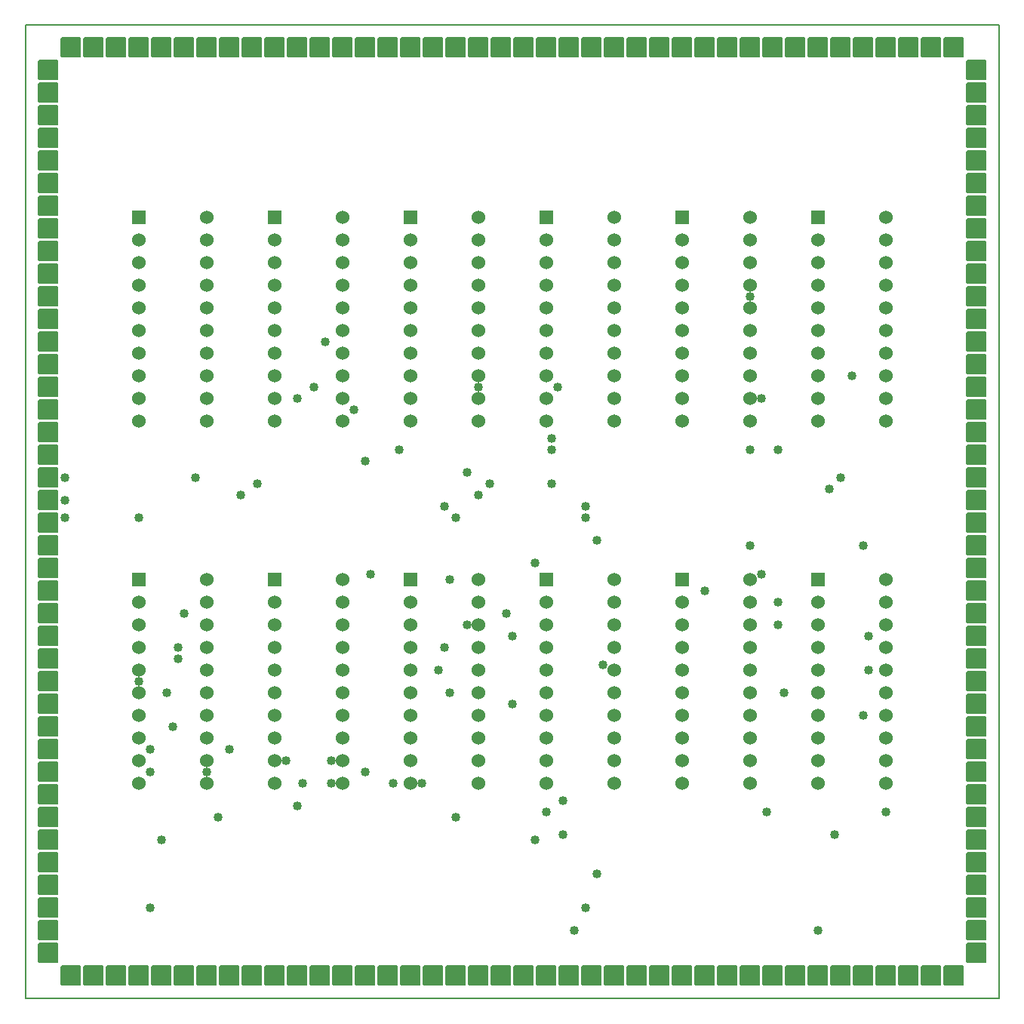
<source format=gbr>
G04 PROTEUS GERBER X2 FILE*
%TF.GenerationSoftware,Labcenter,Proteus,8.13-SP0-Build31525*%
%TF.CreationDate,2022-07-18T16:44:16+00:00*%
%TF.FileFunction,Soldermask,Top*%
%TF.FilePolarity,Negative*%
%TF.Part,Single*%
%TF.SameCoordinates,{5cd33fac-9818-4aa8-8d23-16ed7fe0303d}*%
%FSLAX45Y45*%
%MOMM*%
G01*
%TA.AperFunction,Material*%
%ADD17C,1.016000*%
%AMPPAD008*
4,1,36,
-1.016000,1.143000,
1.016000,1.143000,
1.041970,1.140470,
1.065980,1.133200,
1.087580,1.121650,
1.106290,1.106290,
1.121650,1.087570,
1.133200,1.065980,
1.140470,1.041970,
1.143000,1.016000,
1.143000,-1.016000,
1.140470,-1.041970,
1.133200,-1.065980,
1.121650,-1.087570,
1.106290,-1.106290,
1.087580,-1.121650,
1.065980,-1.133200,
1.041970,-1.140470,
1.016000,-1.143000,
-1.016000,-1.143000,
-1.041970,-1.140470,
-1.065980,-1.133200,
-1.087580,-1.121650,
-1.106290,-1.106290,
-1.121650,-1.087570,
-1.133200,-1.065980,
-1.140470,-1.041970,
-1.143000,-1.016000,
-1.143000,1.016000,
-1.140470,1.041970,
-1.133200,1.065980,
-1.121650,1.087570,
-1.106290,1.106290,
-1.087580,1.121650,
-1.065980,1.133200,
-1.041970,1.140470,
-1.016000,1.143000,
0*%
%TA.AperFunction,Material*%
%ADD18PPAD008*%
%AMPPAD009*
4,1,36,
1.143000,1.016000,
1.143000,-1.016000,
1.140470,-1.041970,
1.133200,-1.065980,
1.121650,-1.087580,
1.106290,-1.106290,
1.087570,-1.121650,
1.065980,-1.133200,
1.041970,-1.140470,
1.016000,-1.143000,
-1.016000,-1.143000,
-1.041970,-1.140470,
-1.065980,-1.133200,
-1.087570,-1.121650,
-1.106290,-1.106290,
-1.121650,-1.087580,
-1.133200,-1.065980,
-1.140470,-1.041970,
-1.143000,-1.016000,
-1.143000,1.016000,
-1.140470,1.041970,
-1.133200,1.065980,
-1.121650,1.087580,
-1.106290,1.106290,
-1.087570,1.121650,
-1.065980,1.133200,
-1.041970,1.140470,
-1.016000,1.143000,
1.016000,1.143000,
1.041970,1.140470,
1.065980,1.133200,
1.087570,1.121650,
1.106290,1.106290,
1.121650,1.087580,
1.133200,1.065980,
1.140470,1.041970,
1.143000,1.016000,
0*%
%ADD19PPAD009*%
%AMPPAD010*
4,1,36,
0.762000,0.635000,
0.762000,-0.635000,
0.759470,-0.660970,
0.752200,-0.684980,
0.740650,-0.706580,
0.725290,-0.725290,
0.706570,-0.740650,
0.684980,-0.752200,
0.660970,-0.759470,
0.635000,-0.762000,
-0.635000,-0.762000,
-0.660970,-0.759470,
-0.684980,-0.752200,
-0.706570,-0.740650,
-0.725290,-0.725290,
-0.740650,-0.706580,
-0.752200,-0.684980,
-0.759470,-0.660970,
-0.762000,-0.635000,
-0.762000,0.635000,
-0.759470,0.660970,
-0.752200,0.684980,
-0.740650,0.706580,
-0.725290,0.725290,
-0.706570,0.740650,
-0.684980,0.752200,
-0.660970,0.759470,
-0.635000,0.762000,
0.635000,0.762000,
0.660970,0.759470,
0.684980,0.752200,
0.706570,0.740650,
0.725290,0.725290,
0.740650,0.706580,
0.752200,0.684980,
0.759470,0.660970,
0.762000,0.635000,
0*%
%TA.AperFunction,Material*%
%ADD70PPAD010*%
%ADD71C,1.524000*%
%TA.AperFunction,Profile*%
%ADD15C,0.203200*%
%TD.AperFunction*%
D17*
X-254000Y+63500D03*
X-2857500Y+63500D03*
X-1587500Y-952500D03*
X-698500Y-1016000D03*
X-3048000Y-63500D03*
X-381000Y-63500D03*
X-2349500Y-3302000D03*
X-2032000Y-3302000D03*
X-2540000Y-3048000D03*
X-2032000Y-3048000D03*
X-635000Y-3683000D03*
X-3302000Y-3683000D03*
X-1651000Y-3175000D03*
X-3429000Y-3175000D03*
X-2095500Y+1651000D03*
X-2222500Y+1143000D03*
X-381000Y+1143000D03*
X-1778000Y+889000D03*
X+2667000Y+2159000D03*
X+2794000Y+1016000D03*
X+2794000Y-952500D03*
X+2857500Y-3619500D03*
X+4191000Y-3619500D03*
X+254000Y-825500D03*
X-3683000Y-1397000D03*
X-63500Y-1397000D03*
X-3746500Y-1778000D03*
X+0Y-1651000D03*
X-3746500Y-1905000D03*
X+254000Y-3937000D03*
X-3937000Y-3937000D03*
X-3873500Y-2286000D03*
X-4191000Y-2159000D03*
X-4064000Y-4699000D03*
X-4064000Y-3175000D03*
X+508000Y+1143000D03*
X-3810000Y-2667000D03*
X+444500Y+571500D03*
X-3175000Y-2921000D03*
X-4064000Y-2921000D03*
X+2984500Y+444500D03*
X-1333500Y-3302000D03*
X-2413000Y-3556000D03*
X+2984500Y-1270000D03*
X-1270000Y+444500D03*
X+3556000Y+0D03*
X+825500Y-4699000D03*
X-508000Y-1524000D03*
X+825500Y-317500D03*
X-635000Y-317500D03*
X+3683000Y+127000D03*
X-762000Y-1778000D03*
X+698500Y-4953000D03*
X-762000Y-190500D03*
X+825500Y-190500D03*
X+952500Y-4318000D03*
X+4000500Y-2032000D03*
X+4000500Y-1651000D03*
X+2984500Y-1524000D03*
X-825500Y-2032000D03*
X+1016000Y-1968500D03*
X+0Y-2413000D03*
X-698500Y-2286000D03*
X+3048000Y-2286000D03*
X-1651000Y+317500D03*
X+444500Y+63500D03*
X+2667000Y+444500D03*
X+444500Y+444500D03*
X+3937000Y-2540000D03*
X+3937000Y-635000D03*
X+2667000Y-635000D03*
X+571500Y-3873500D03*
X+3619500Y-3873500D03*
X-1016000Y-3302000D03*
X+3810000Y+1270000D03*
X+571500Y-3492500D03*
X+3429000Y-4953000D03*
X+381000Y-3619500D03*
X-2413000Y+1016000D03*
X-3556000Y+127000D03*
X-5016500Y+127000D03*
X-508000Y+190500D03*
X-5016500Y-127000D03*
X-4191000Y-317500D03*
X-5016500Y-317500D03*
X+952500Y-571500D03*
X+2159000Y-1143000D03*
D18*
X-2921000Y+4953000D03*
X-2667000Y+4953000D03*
X-2413000Y+4953000D03*
X-2159000Y+4953000D03*
X-1905000Y+4953000D03*
X-1651000Y+4953000D03*
X-1397000Y+4953000D03*
X-1143000Y+4953000D03*
X-889000Y+4953000D03*
X-635000Y+4953000D03*
X-381000Y+4953000D03*
X-127000Y+4953000D03*
X+127000Y+4953000D03*
X+381000Y+4953000D03*
X+635000Y+4953000D03*
X+889000Y+4953000D03*
X+1143000Y+4953000D03*
X+1397000Y+4953000D03*
X+1651000Y+4953000D03*
X+1905000Y+4953000D03*
X+2159000Y+4953000D03*
X+2413000Y+4953000D03*
X+2667000Y+4953000D03*
X+2921000Y+4953000D03*
X+3175000Y+4953000D03*
X+3429000Y+4953000D03*
X+3683000Y+4953000D03*
X+3937000Y+4953000D03*
X+4191000Y+4953000D03*
X+4445000Y+4953000D03*
X+4699000Y+4953000D03*
X+4953000Y+4953000D03*
X-4953000Y+4953000D03*
X-4699000Y+4953000D03*
X-4445000Y+4953000D03*
X-4191000Y+4953000D03*
X-3937000Y+4953000D03*
X-3683000Y+4953000D03*
X-3429000Y+4953000D03*
X-3175000Y+4953000D03*
X-4953000Y-5461000D03*
X-4699000Y-5461000D03*
X-4445000Y-5461000D03*
X-4191000Y-5461000D03*
X-3937000Y-5461000D03*
X-3683000Y-5461000D03*
X-3429000Y-5461000D03*
X-3175000Y-5461000D03*
X-2921000Y-5461000D03*
X-2667000Y-5461000D03*
X-2413000Y-5461000D03*
X-2159000Y-5461000D03*
X-1905000Y-5461000D03*
X-1651000Y-5461000D03*
X-1397000Y-5461000D03*
X-1143000Y-5461000D03*
X-889000Y-5461000D03*
X-635000Y-5461000D03*
X-381000Y-5461000D03*
X-127000Y-5461000D03*
X+127000Y-5461000D03*
X+381000Y-5461000D03*
X+635000Y-5461000D03*
X+889000Y-5461000D03*
X+1143000Y-5461000D03*
X+1397000Y-5461000D03*
X+1651000Y-5461000D03*
X+1905000Y-5461000D03*
X+2159000Y-5461000D03*
X+2413000Y-5461000D03*
X+2667000Y-5461000D03*
X+2921000Y-5461000D03*
X+3175000Y-5461000D03*
X+3429000Y-5461000D03*
X+3683000Y-5461000D03*
X+3937000Y-5461000D03*
X+4191000Y-5461000D03*
X+4445000Y-5461000D03*
X+4699000Y-5461000D03*
X+4953000Y-5461000D03*
D19*
X-5207000Y+4699000D03*
X-5207000Y+4445000D03*
X-5207000Y+4191000D03*
X-5207000Y+3937000D03*
X-5207000Y+3683000D03*
X-5207000Y+3429000D03*
X-5207000Y+3175000D03*
X-5207000Y+2921000D03*
X-5207000Y+2667000D03*
X-5207000Y+2413000D03*
X-5207000Y+2159000D03*
X-5207000Y+1905000D03*
X-5207000Y+1651000D03*
X-5207000Y+1397000D03*
X-5207000Y+1143000D03*
X-5207000Y+889000D03*
X-5207000Y+635000D03*
X-5207000Y+381000D03*
X-5207000Y+127000D03*
X-5207000Y-127000D03*
X-5207000Y-381000D03*
X-5207000Y-635000D03*
X-5207000Y-889000D03*
X-5207000Y-1143000D03*
X-5207000Y-1397000D03*
X-5207000Y-1651000D03*
X-5207000Y-1905000D03*
X-5207000Y-2159000D03*
X-5207000Y-2413000D03*
X-5207000Y-2667000D03*
X-5207000Y-2921000D03*
X-5207000Y-3175000D03*
X-5207000Y-3429000D03*
X-5207000Y-3683000D03*
X-5207000Y-3937000D03*
X-5207000Y-4191000D03*
X-5207000Y-4445000D03*
X-5207000Y-4699000D03*
X-5207000Y-4953000D03*
X-5207000Y-5207000D03*
X+5207000Y+4699000D03*
X+5207000Y+4445000D03*
X+5207000Y+4191000D03*
X+5207000Y+3937000D03*
X+5207000Y+3683000D03*
X+5207000Y+3429000D03*
X+5207000Y+3175000D03*
X+5207000Y+2921000D03*
X+5207000Y+2667000D03*
X+5207000Y+2413000D03*
X+5207000Y+2159000D03*
X+5207000Y+1905000D03*
X+5207000Y+1651000D03*
X+5207000Y+1397000D03*
X+5207000Y+1143000D03*
X+5207000Y+889000D03*
X+5207000Y+635000D03*
X+5207000Y+381000D03*
X+5207000Y+127000D03*
X+5207000Y-127000D03*
X+5207000Y-381000D03*
X+5207000Y-635000D03*
X+5207000Y-889000D03*
X+5207000Y-1143000D03*
X+5207000Y-1397000D03*
X+5207000Y-1651000D03*
X+5207000Y-1905000D03*
X+5207000Y-2159000D03*
X+5207000Y-2413000D03*
X+5207000Y-2667000D03*
X+5207000Y-2921000D03*
X+5207000Y-3175000D03*
X+5207000Y-3429000D03*
X+5207000Y-3683000D03*
X+5207000Y-3937000D03*
X+5207000Y-4191000D03*
X+5207000Y-4445000D03*
X+5207000Y-4699000D03*
X+5207000Y-4953000D03*
X+5207000Y-5207000D03*
D70*
X-4191000Y+3048000D03*
D71*
X-4191000Y+2794000D03*
X-4191000Y+2540000D03*
X-4191000Y+2286000D03*
X-4191000Y+2032000D03*
X-4191000Y+1778000D03*
X-4191000Y+1524000D03*
X-4191000Y+1270000D03*
X-4191000Y+1016000D03*
X-4191000Y+762000D03*
X-3429000Y+762000D03*
X-3429000Y+1016000D03*
X-3429000Y+1270000D03*
X-3429000Y+1524000D03*
X-3429000Y+1778000D03*
X-3429000Y+2032000D03*
X-3429000Y+2286000D03*
X-3429000Y+2540000D03*
X-3429000Y+2794000D03*
X-3429000Y+3048000D03*
D70*
X-1143000Y+3048000D03*
D71*
X-1143000Y+2794000D03*
X-1143000Y+2540000D03*
X-1143000Y+2286000D03*
X-1143000Y+2032000D03*
X-1143000Y+1778000D03*
X-1143000Y+1524000D03*
X-1143000Y+1270000D03*
X-1143000Y+1016000D03*
X-1143000Y+762000D03*
X-381000Y+762000D03*
X-381000Y+1016000D03*
X-381000Y+1270000D03*
X-381000Y+1524000D03*
X-381000Y+1778000D03*
X-381000Y+2032000D03*
X-381000Y+2286000D03*
X-381000Y+2540000D03*
X-381000Y+2794000D03*
X-381000Y+3048000D03*
D70*
X-2667000Y+3048000D03*
D71*
X-2667000Y+2794000D03*
X-2667000Y+2540000D03*
X-2667000Y+2286000D03*
X-2667000Y+2032000D03*
X-2667000Y+1778000D03*
X-2667000Y+1524000D03*
X-2667000Y+1270000D03*
X-2667000Y+1016000D03*
X-2667000Y+762000D03*
X-1905000Y+762000D03*
X-1905000Y+1016000D03*
X-1905000Y+1270000D03*
X-1905000Y+1524000D03*
X-1905000Y+1778000D03*
X-1905000Y+2032000D03*
X-1905000Y+2286000D03*
X-1905000Y+2540000D03*
X-1905000Y+2794000D03*
X-1905000Y+3048000D03*
D70*
X-2667000Y-1016000D03*
D71*
X-2667000Y-1270000D03*
X-2667000Y-1524000D03*
X-2667000Y-1778000D03*
X-2667000Y-2032000D03*
X-2667000Y-2286000D03*
X-2667000Y-2540000D03*
X-2667000Y-2794000D03*
X-2667000Y-3048000D03*
X-2667000Y-3302000D03*
X-1905000Y-3302000D03*
X-1905000Y-3048000D03*
X-1905000Y-2794000D03*
X-1905000Y-2540000D03*
X-1905000Y-2286000D03*
X-1905000Y-2032000D03*
X-1905000Y-1778000D03*
X-1905000Y-1524000D03*
X-1905000Y-1270000D03*
X-1905000Y-1016000D03*
D70*
X-4191000Y-1016000D03*
D71*
X-4191000Y-1270000D03*
X-4191000Y-1524000D03*
X-4191000Y-1778000D03*
X-4191000Y-2032000D03*
X-4191000Y-2286000D03*
X-4191000Y-2540000D03*
X-4191000Y-2794000D03*
X-4191000Y-3048000D03*
X-4191000Y-3302000D03*
X-3429000Y-3302000D03*
X-3429000Y-3048000D03*
X-3429000Y-2794000D03*
X-3429000Y-2540000D03*
X-3429000Y-2286000D03*
X-3429000Y-2032000D03*
X-3429000Y-1778000D03*
X-3429000Y-1524000D03*
X-3429000Y-1270000D03*
X-3429000Y-1016000D03*
D70*
X-1143000Y-1016000D03*
D71*
X-1143000Y-1270000D03*
X-1143000Y-1524000D03*
X-1143000Y-1778000D03*
X-1143000Y-2032000D03*
X-1143000Y-2286000D03*
X-1143000Y-2540000D03*
X-1143000Y-2794000D03*
X-1143000Y-3048000D03*
X-1143000Y-3302000D03*
X-381000Y-3302000D03*
X-381000Y-3048000D03*
X-381000Y-2794000D03*
X-381000Y-2540000D03*
X-381000Y-2286000D03*
X-381000Y-2032000D03*
X-381000Y-1778000D03*
X-381000Y-1524000D03*
X-381000Y-1270000D03*
X-381000Y-1016000D03*
D70*
X+1905000Y+3048000D03*
D71*
X+1905000Y+2794000D03*
X+1905000Y+2540000D03*
X+1905000Y+2286000D03*
X+1905000Y+2032000D03*
X+1905000Y+1778000D03*
X+1905000Y+1524000D03*
X+1905000Y+1270000D03*
X+1905000Y+1016000D03*
X+1905000Y+762000D03*
X+2667000Y+762000D03*
X+2667000Y+1016000D03*
X+2667000Y+1270000D03*
X+2667000Y+1524000D03*
X+2667000Y+1778000D03*
X+2667000Y+2032000D03*
X+2667000Y+2286000D03*
X+2667000Y+2540000D03*
X+2667000Y+2794000D03*
X+2667000Y+3048000D03*
D70*
X+381000Y+3048000D03*
D71*
X+381000Y+2794000D03*
X+381000Y+2540000D03*
X+381000Y+2286000D03*
X+381000Y+2032000D03*
X+381000Y+1778000D03*
X+381000Y+1524000D03*
X+381000Y+1270000D03*
X+381000Y+1016000D03*
X+381000Y+762000D03*
X+1143000Y+762000D03*
X+1143000Y+1016000D03*
X+1143000Y+1270000D03*
X+1143000Y+1524000D03*
X+1143000Y+1778000D03*
X+1143000Y+2032000D03*
X+1143000Y+2286000D03*
X+1143000Y+2540000D03*
X+1143000Y+2794000D03*
X+1143000Y+3048000D03*
D70*
X+3429000Y+3048000D03*
D71*
X+3429000Y+2794000D03*
X+3429000Y+2540000D03*
X+3429000Y+2286000D03*
X+3429000Y+2032000D03*
X+3429000Y+1778000D03*
X+3429000Y+1524000D03*
X+3429000Y+1270000D03*
X+3429000Y+1016000D03*
X+3429000Y+762000D03*
X+4191000Y+762000D03*
X+4191000Y+1016000D03*
X+4191000Y+1270000D03*
X+4191000Y+1524000D03*
X+4191000Y+1778000D03*
X+4191000Y+2032000D03*
X+4191000Y+2286000D03*
X+4191000Y+2540000D03*
X+4191000Y+2794000D03*
X+4191000Y+3048000D03*
D70*
X+1905000Y-1016000D03*
D71*
X+1905000Y-1270000D03*
X+1905000Y-1524000D03*
X+1905000Y-1778000D03*
X+1905000Y-2032000D03*
X+1905000Y-2286000D03*
X+1905000Y-2540000D03*
X+1905000Y-2794000D03*
X+1905000Y-3048000D03*
X+1905000Y-3302000D03*
X+2667000Y-3302000D03*
X+2667000Y-3048000D03*
X+2667000Y-2794000D03*
X+2667000Y-2540000D03*
X+2667000Y-2286000D03*
X+2667000Y-2032000D03*
X+2667000Y-1778000D03*
X+2667000Y-1524000D03*
X+2667000Y-1270000D03*
X+2667000Y-1016000D03*
D70*
X+381000Y-1016000D03*
D71*
X+381000Y-1270000D03*
X+381000Y-1524000D03*
X+381000Y-1778000D03*
X+381000Y-2032000D03*
X+381000Y-2286000D03*
X+381000Y-2540000D03*
X+381000Y-2794000D03*
X+381000Y-3048000D03*
X+381000Y-3302000D03*
X+1143000Y-3302000D03*
X+1143000Y-3048000D03*
X+1143000Y-2794000D03*
X+1143000Y-2540000D03*
X+1143000Y-2286000D03*
X+1143000Y-2032000D03*
X+1143000Y-1778000D03*
X+1143000Y-1524000D03*
X+1143000Y-1270000D03*
X+1143000Y-1016000D03*
D70*
X+3429000Y-1016000D03*
D71*
X+3429000Y-1270000D03*
X+3429000Y-1524000D03*
X+3429000Y-1778000D03*
X+3429000Y-2032000D03*
X+3429000Y-2286000D03*
X+3429000Y-2540000D03*
X+3429000Y-2794000D03*
X+3429000Y-3048000D03*
X+3429000Y-3302000D03*
X+4191000Y-3302000D03*
X+4191000Y-3048000D03*
X+4191000Y-2794000D03*
X+4191000Y-2540000D03*
X+4191000Y-2286000D03*
X+4191000Y-2032000D03*
X+4191000Y-1778000D03*
X+4191000Y-1524000D03*
X+4191000Y-1270000D03*
X+4191000Y-1016000D03*
D15*
X-5461000Y-5715000D02*
X+5461000Y-5715000D01*
X+5461000Y+5207000D01*
X-5461000Y+5207000D01*
X-5461000Y-5715000D01*
M02*

</source>
